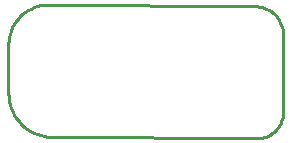
<source format=gbr>
G04 EAGLE Gerber RS-274X export*
G75*
%MOMM*%
%FSLAX34Y34*%
%LPD*%
%IN*%
%IPPOS*%
%AMOC8*
5,1,8,0,0,1.08239X$1,22.5*%
G01*
%ADD10C,0.254000*%


D10*
X110490Y233426D02*
X110630Y230216D01*
X111050Y227031D01*
X111745Y223894D01*
X112711Y220829D01*
X113941Y217861D01*
X115424Y215011D01*
X117151Y212301D01*
X119107Y209752D01*
X121277Y207383D01*
X123646Y205213D01*
X126195Y203257D01*
X128905Y201530D01*
X131755Y200047D01*
X134723Y198817D01*
X137788Y197851D01*
X140925Y197156D01*
X144110Y196736D01*
X147320Y196596D01*
X321310Y195580D01*
X323192Y195662D01*
X325059Y195908D01*
X326898Y196316D01*
X328694Y196882D01*
X330434Y197603D01*
X332105Y198473D01*
X333694Y199485D01*
X335188Y200631D01*
X336576Y201904D01*
X337849Y203292D01*
X338996Y204787D01*
X340008Y206375D01*
X340877Y208046D01*
X341598Y209786D01*
X342164Y211582D01*
X342572Y213421D01*
X342818Y215288D01*
X342900Y217170D01*
X342900Y283210D01*
X342808Y285313D01*
X342533Y287400D01*
X342078Y289455D01*
X341445Y291463D01*
X340639Y293408D01*
X339667Y295275D01*
X338536Y297050D01*
X337255Y298720D01*
X335833Y300273D01*
X334280Y301695D01*
X332610Y302976D01*
X330835Y304107D01*
X328968Y305079D01*
X327023Y305885D01*
X325015Y306518D01*
X322960Y306973D01*
X320873Y307248D01*
X318770Y307340D01*
X143510Y308356D01*
X140632Y308230D01*
X137776Y307854D01*
X134964Y307231D01*
X132217Y306365D01*
X129555Y305262D01*
X127000Y303932D01*
X124571Y302384D01*
X122285Y300631D01*
X120161Y298685D01*
X118215Y296561D01*
X116462Y294276D01*
X114914Y291846D01*
X113584Y289291D01*
X112481Y286630D01*
X111615Y283882D01*
X110992Y281070D01*
X110616Y278214D01*
X110490Y275336D01*
X110490Y233426D01*
M02*

</source>
